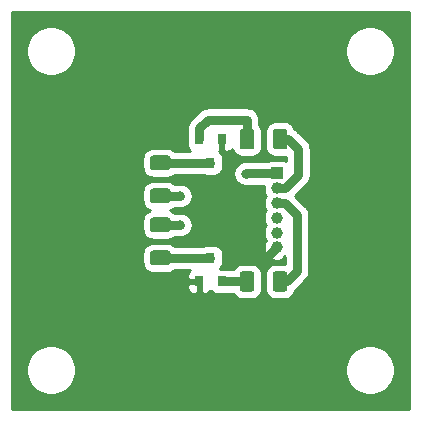
<source format=gbr>
%TF.GenerationSoftware,KiCad,Pcbnew,(5.1.6)-1*%
%TF.CreationDate,2021-03-09T14:24:23+01:00*%
%TF.ProjectId,m32_LedSignal,6d33325f-4c65-4645-9369-676e616c2e6b,rev?*%
%TF.SameCoordinates,Original*%
%TF.FileFunction,Copper,L2,Bot*%
%TF.FilePolarity,Positive*%
%FSLAX46Y46*%
G04 Gerber Fmt 4.6, Leading zero omitted, Abs format (unit mm)*
G04 Created by KiCad (PCBNEW (5.1.6)-1) date 2021-03-09 14:24:23*
%MOMM*%
%LPD*%
G01*
G04 APERTURE LIST*
%TA.AperFunction,ComponentPad*%
%ADD10R,1.000000X1.000000*%
%TD*%
%TA.AperFunction,ComponentPad*%
%ADD11C,1.000000*%
%TD*%
%TA.AperFunction,SMDPad,CuDef*%
%ADD12R,0.800000X0.900000*%
%TD*%
%TA.AperFunction,ViaPad*%
%ADD13C,0.800000*%
%TD*%
%TA.AperFunction,Conductor*%
%ADD14C,0.800000*%
%TD*%
%TA.AperFunction,Conductor*%
%ADD15C,0.254000*%
%TD*%
G04 APERTURE END LIST*
D10*
%TO.P,J1,1*%
%TO.N,+5V*%
X24140000Y-15360000D03*
D11*
%TO.P,J1,2*%
%TO.N,/RED*%
X24140000Y-16610000D03*
%TO.P,J1,3*%
%TO.N,/GREEN*%
X24140000Y-17860000D03*
%TO.P,J1,4*%
%TO.N,Net-(J1-Pad4)*%
X24140000Y-19110000D03*
%TO.P,J1,5*%
%TO.N,Net-(J1-Pad5)*%
X24140000Y-20360000D03*
%TO.P,J1,6*%
%TO.N,GND*%
X24140000Y-21610000D03*
%TD*%
D12*
%TO.P,Q2,3*%
%TO.N,Net-(Q2-Pad3)*%
X18500000Y-22500000D03*
%TO.P,Q2,2*%
%TO.N,GND*%
X17550000Y-24500000D03*
%TO.P,Q2,1*%
%TO.N,Net-(Q2-Pad1)*%
X19450000Y-24500000D03*
%TD*%
%TO.P,R5,2*%
%TO.N,Net-(Q2-Pad1)*%
%TA.AperFunction,SMDPad,CuDef*%
G36*
G01*
X22225000Y-23875000D02*
X22225000Y-25125000D01*
G75*
G02*
X21975000Y-25375000I-250000J0D01*
G01*
X21225000Y-25375000D01*
G75*
G02*
X20975000Y-25125000I0J250000D01*
G01*
X20975000Y-23875000D01*
G75*
G02*
X21225000Y-23625000I250000J0D01*
G01*
X21975000Y-23625000D01*
G75*
G02*
X22225000Y-23875000I0J-250000D01*
G01*
G37*
%TD.AperFunction*%
%TO.P,R5,1*%
%TO.N,/GREEN*%
%TA.AperFunction,SMDPad,CuDef*%
G36*
G01*
X25025000Y-23875000D02*
X25025000Y-25125000D01*
G75*
G02*
X24775000Y-25375000I-250000J0D01*
G01*
X24025000Y-25375000D01*
G75*
G02*
X23775000Y-25125000I0J250000D01*
G01*
X23775000Y-23875000D01*
G75*
G02*
X24025000Y-23625000I250000J0D01*
G01*
X24775000Y-23625000D01*
G75*
G02*
X25025000Y-23875000I0J-250000D01*
G01*
G37*
%TD.AperFunction*%
%TD*%
%TO.P,R4,2*%
%TO.N,Net-(Q1-Pad1)*%
%TA.AperFunction,SMDPad,CuDef*%
G36*
G01*
X22225000Y-11825000D02*
X22225000Y-13075000D01*
G75*
G02*
X21975000Y-13325000I-250000J0D01*
G01*
X21225000Y-13325000D01*
G75*
G02*
X20975000Y-13075000I0J250000D01*
G01*
X20975000Y-11825000D01*
G75*
G02*
X21225000Y-11575000I250000J0D01*
G01*
X21975000Y-11575000D01*
G75*
G02*
X22225000Y-11825000I0J-250000D01*
G01*
G37*
%TD.AperFunction*%
%TO.P,R4,1*%
%TO.N,/RED*%
%TA.AperFunction,SMDPad,CuDef*%
G36*
G01*
X25025000Y-11825000D02*
X25025000Y-13075000D01*
G75*
G02*
X24775000Y-13325000I-250000J0D01*
G01*
X24025000Y-13325000D01*
G75*
G02*
X23775000Y-13075000I0J250000D01*
G01*
X23775000Y-11825000D01*
G75*
G02*
X24025000Y-11575000I250000J0D01*
G01*
X24775000Y-11575000D01*
G75*
G02*
X25025000Y-11825000I0J-250000D01*
G01*
G37*
%TD.AperFunction*%
%TD*%
%TO.P,R2,2*%
%TO.N,Net-(D2-Pad1)*%
%TA.AperFunction,SMDPad,CuDef*%
G36*
G01*
X14875000Y-20325000D02*
X13625000Y-20325000D01*
G75*
G02*
X13375000Y-20075000I0J250000D01*
G01*
X13375000Y-19325000D01*
G75*
G02*
X13625000Y-19075000I250000J0D01*
G01*
X14875000Y-19075000D01*
G75*
G02*
X15125000Y-19325000I0J-250000D01*
G01*
X15125000Y-20075000D01*
G75*
G02*
X14875000Y-20325000I-250000J0D01*
G01*
G37*
%TD.AperFunction*%
%TO.P,R2,1*%
%TO.N,Net-(Q2-Pad3)*%
%TA.AperFunction,SMDPad,CuDef*%
G36*
G01*
X14875000Y-23125000D02*
X13625000Y-23125000D01*
G75*
G02*
X13375000Y-22875000I0J250000D01*
G01*
X13375000Y-22125000D01*
G75*
G02*
X13625000Y-21875000I250000J0D01*
G01*
X14875000Y-21875000D01*
G75*
G02*
X15125000Y-22125000I0J-250000D01*
G01*
X15125000Y-22875000D01*
G75*
G02*
X14875000Y-23125000I-250000J0D01*
G01*
G37*
%TD.AperFunction*%
%TD*%
%TO.P,R1,2*%
%TO.N,Net-(D1-Pad1)*%
%TA.AperFunction,SMDPad,CuDef*%
G36*
G01*
X13625000Y-16625000D02*
X14875000Y-16625000D01*
G75*
G02*
X15125000Y-16875000I0J-250000D01*
G01*
X15125000Y-17625000D01*
G75*
G02*
X14875000Y-17875000I-250000J0D01*
G01*
X13625000Y-17875000D01*
G75*
G02*
X13375000Y-17625000I0J250000D01*
G01*
X13375000Y-16875000D01*
G75*
G02*
X13625000Y-16625000I250000J0D01*
G01*
G37*
%TD.AperFunction*%
%TO.P,R1,1*%
%TO.N,Net-(Q1-Pad3)*%
%TA.AperFunction,SMDPad,CuDef*%
G36*
G01*
X13625000Y-13825000D02*
X14875000Y-13825000D01*
G75*
G02*
X15125000Y-14075000I0J-250000D01*
G01*
X15125000Y-14825000D01*
G75*
G02*
X14875000Y-15075000I-250000J0D01*
G01*
X13625000Y-15075000D01*
G75*
G02*
X13375000Y-14825000I0J250000D01*
G01*
X13375000Y-14075000D01*
G75*
G02*
X13625000Y-13825000I250000J0D01*
G01*
G37*
%TD.AperFunction*%
%TD*%
%TO.P,Q1,3*%
%TO.N,Net-(Q1-Pad3)*%
X18500000Y-14450000D03*
%TO.P,Q1,2*%
%TO.N,GND*%
X19450000Y-12450000D03*
%TO.P,Q1,1*%
%TO.N,Net-(Q1-Pad1)*%
X17550000Y-12450000D03*
%TD*%
D13*
%TO.N,+5V*%
X21475000Y-15375000D03*
%TO.N,GND*%
X16200000Y-26200000D03*
X21625000Y-21775000D03*
%TO.N,Net-(D1-Pad1)*%
X15950000Y-17250000D03*
%TO.N,Net-(D2-Pad1)*%
X15950000Y-19700000D03*
%TD*%
D14*
%TO.N,GND*%
X24130000Y-21600000D02*
X24140000Y-21610000D01*
%TO.N,+5V*%
X21490000Y-15360000D02*
X21475000Y-15375000D01*
X24140000Y-15360000D02*
X21490000Y-15360000D01*
%TO.N,GND*%
X24140000Y-21610000D02*
X23500000Y-22250000D01*
%TO.N,Net-(J1-Pad5)*%
X24150000Y-20350000D02*
X24140000Y-20360000D01*
%TO.N,/GREEN*%
X24400000Y-24500000D02*
X24950000Y-24500000D01*
X24950000Y-24500000D02*
X25850000Y-23600000D01*
X24847106Y-17860000D02*
X24140000Y-17860000D01*
X25850000Y-18862894D02*
X24847106Y-17860000D01*
X25850000Y-23600000D02*
X25850000Y-18862894D01*
%TO.N,/RED*%
X24400000Y-12450000D02*
X25100000Y-12450000D01*
X25100000Y-12450000D02*
X25950000Y-13300000D01*
X25950000Y-15507106D02*
X24847106Y-16610000D01*
X24847106Y-16610000D02*
X24140000Y-16610000D01*
X25950000Y-13300000D02*
X25950000Y-15507106D01*
%TO.N,Net-(Q1-Pad3)*%
X18500000Y-14450000D02*
X14250000Y-14450000D01*
%TO.N,Net-(Q1-Pad1)*%
X17550000Y-12450000D02*
X17550000Y-11550000D01*
X17550000Y-11550000D02*
X18300000Y-10800000D01*
X18300000Y-10800000D02*
X21600000Y-10800000D01*
X21600000Y-10800000D02*
X21600000Y-12450000D01*
%TO.N,Net-(Q2-Pad3)*%
X18500000Y-22500000D02*
X14250000Y-22500000D01*
%TO.N,Net-(Q2-Pad1)*%
X21600000Y-24500000D02*
X19450000Y-24500000D01*
%TO.N,Net-(D1-Pad1)*%
X15950000Y-17250000D02*
X14250000Y-17250000D01*
%TO.N,Net-(D2-Pad1)*%
X14250000Y-19700000D02*
X15950000Y-19700000D01*
%TD*%
D15*
%TO.N,GND*%
G36*
X35340001Y-35340000D02*
G01*
X1660000Y-35340000D01*
X1660000Y-31789721D01*
X2865000Y-31789721D01*
X2865000Y-32210279D01*
X2947047Y-32622756D01*
X3107988Y-33011302D01*
X3341637Y-33360983D01*
X3639017Y-33658363D01*
X3988698Y-33892012D01*
X4377244Y-34052953D01*
X4789721Y-34135000D01*
X5210279Y-34135000D01*
X5622756Y-34052953D01*
X6011302Y-33892012D01*
X6360983Y-33658363D01*
X6658363Y-33360983D01*
X6892012Y-33011302D01*
X7052953Y-32622756D01*
X7135000Y-32210279D01*
X7135000Y-31789721D01*
X29865000Y-31789721D01*
X29865000Y-32210279D01*
X29947047Y-32622756D01*
X30107988Y-33011302D01*
X30341637Y-33360983D01*
X30639017Y-33658363D01*
X30988698Y-33892012D01*
X31377244Y-34052953D01*
X31789721Y-34135000D01*
X32210279Y-34135000D01*
X32622756Y-34052953D01*
X33011302Y-33892012D01*
X33360983Y-33658363D01*
X33658363Y-33360983D01*
X33892012Y-33011302D01*
X34052953Y-32622756D01*
X34135000Y-32210279D01*
X34135000Y-31789721D01*
X34052953Y-31377244D01*
X33892012Y-30988698D01*
X33658363Y-30639017D01*
X33360983Y-30341637D01*
X33011302Y-30107988D01*
X32622756Y-29947047D01*
X32210279Y-29865000D01*
X31789721Y-29865000D01*
X31377244Y-29947047D01*
X30988698Y-30107988D01*
X30639017Y-30341637D01*
X30341637Y-30639017D01*
X30107988Y-30988698D01*
X29947047Y-31377244D01*
X29865000Y-31789721D01*
X7135000Y-31789721D01*
X7052953Y-31377244D01*
X6892012Y-30988698D01*
X6658363Y-30639017D01*
X6360983Y-30341637D01*
X6011302Y-30107988D01*
X5622756Y-29947047D01*
X5210279Y-29865000D01*
X4789721Y-29865000D01*
X4377244Y-29947047D01*
X3988698Y-30107988D01*
X3639017Y-30341637D01*
X3341637Y-30639017D01*
X3107988Y-30988698D01*
X2947047Y-31377244D01*
X2865000Y-31789721D01*
X1660000Y-31789721D01*
X1660000Y-24950000D01*
X16511928Y-24950000D01*
X16524188Y-25074482D01*
X16560498Y-25194180D01*
X16619463Y-25304494D01*
X16698815Y-25401185D01*
X16795506Y-25480537D01*
X16905820Y-25539502D01*
X17025518Y-25575812D01*
X17150000Y-25588072D01*
X17264250Y-25585000D01*
X17423000Y-25426250D01*
X17423000Y-24627000D01*
X16673750Y-24627000D01*
X16515000Y-24785750D01*
X16511928Y-24950000D01*
X1660000Y-24950000D01*
X1660000Y-22125000D01*
X12736928Y-22125000D01*
X12736928Y-22875000D01*
X12753992Y-23048254D01*
X12804528Y-23214850D01*
X12886595Y-23368386D01*
X12997038Y-23502962D01*
X13131614Y-23613405D01*
X13285150Y-23695472D01*
X13451746Y-23746008D01*
X13625000Y-23763072D01*
X14875000Y-23763072D01*
X15048254Y-23746008D01*
X15214850Y-23695472D01*
X15368386Y-23613405D01*
X15463923Y-23535000D01*
X16776574Y-23535000D01*
X16698815Y-23598815D01*
X16619463Y-23695506D01*
X16560498Y-23805820D01*
X16524188Y-23925518D01*
X16511928Y-24050000D01*
X16515000Y-24214250D01*
X16673750Y-24373000D01*
X17423000Y-24373000D01*
X17423000Y-24353000D01*
X17677000Y-24353000D01*
X17677000Y-24373000D01*
X17697000Y-24373000D01*
X17697000Y-24627000D01*
X17677000Y-24627000D01*
X17677000Y-25426250D01*
X17835750Y-25585000D01*
X17950000Y-25588072D01*
X18074482Y-25575812D01*
X18194180Y-25539502D01*
X18304494Y-25480537D01*
X18401185Y-25401185D01*
X18480537Y-25304494D01*
X18500000Y-25268082D01*
X18519463Y-25304494D01*
X18598815Y-25401185D01*
X18695506Y-25480537D01*
X18805820Y-25539502D01*
X18925518Y-25575812D01*
X19050000Y-25588072D01*
X19850000Y-25588072D01*
X19974482Y-25575812D01*
X20094180Y-25539502D01*
X20102603Y-25535000D01*
X20442024Y-25535000D01*
X20486595Y-25618386D01*
X20597038Y-25752962D01*
X20731614Y-25863405D01*
X20885150Y-25945472D01*
X21051746Y-25996008D01*
X21225000Y-26013072D01*
X21975000Y-26013072D01*
X22148254Y-25996008D01*
X22314850Y-25945472D01*
X22468386Y-25863405D01*
X22602962Y-25752962D01*
X22713405Y-25618386D01*
X22795472Y-25464850D01*
X22846008Y-25298254D01*
X22863072Y-25125000D01*
X22863072Y-23875000D01*
X22846008Y-23701746D01*
X22795472Y-23535150D01*
X22713405Y-23381614D01*
X22602962Y-23247038D01*
X22468386Y-23136595D01*
X22314850Y-23054528D01*
X22148254Y-23003992D01*
X21975000Y-22986928D01*
X21225000Y-22986928D01*
X21051746Y-23003992D01*
X20885150Y-23054528D01*
X20731614Y-23136595D01*
X20597038Y-23247038D01*
X20486595Y-23381614D01*
X20442024Y-23465000D01*
X20102603Y-23465000D01*
X20094180Y-23460498D01*
X19974482Y-23424188D01*
X19850000Y-23411928D01*
X19338095Y-23411928D01*
X19351185Y-23401185D01*
X19430537Y-23304494D01*
X19489502Y-23194180D01*
X19525812Y-23074482D01*
X19538072Y-22950000D01*
X19538072Y-22519647D01*
X19540007Y-22500000D01*
X19538072Y-22480353D01*
X19538072Y-22050000D01*
X19525812Y-21925518D01*
X19489502Y-21805820D01*
X19430537Y-21695506D01*
X19351185Y-21598815D01*
X19254494Y-21519463D01*
X19144180Y-21460498D01*
X19024482Y-21424188D01*
X18900000Y-21411928D01*
X18100000Y-21411928D01*
X17975518Y-21424188D01*
X17855820Y-21460498D01*
X17847397Y-21465000D01*
X15463923Y-21465000D01*
X15368386Y-21386595D01*
X15214850Y-21304528D01*
X15048254Y-21253992D01*
X14875000Y-21236928D01*
X13625000Y-21236928D01*
X13451746Y-21253992D01*
X13285150Y-21304528D01*
X13131614Y-21386595D01*
X12997038Y-21497038D01*
X12886595Y-21631614D01*
X12804528Y-21785150D01*
X12753992Y-21951746D01*
X12736928Y-22125000D01*
X1660000Y-22125000D01*
X1660000Y-16875000D01*
X12736928Y-16875000D01*
X12736928Y-17625000D01*
X12753992Y-17798254D01*
X12804528Y-17964850D01*
X12886595Y-18118386D01*
X12997038Y-18252962D01*
X13131614Y-18363405D01*
X13285150Y-18445472D01*
X13382491Y-18475000D01*
X13285150Y-18504528D01*
X13131614Y-18586595D01*
X12997038Y-18697038D01*
X12886595Y-18831614D01*
X12804528Y-18985150D01*
X12753992Y-19151746D01*
X12736928Y-19325000D01*
X12736928Y-20075000D01*
X12753992Y-20248254D01*
X12804528Y-20414850D01*
X12886595Y-20568386D01*
X12997038Y-20702962D01*
X13131614Y-20813405D01*
X13285150Y-20895472D01*
X13451746Y-20946008D01*
X13625000Y-20963072D01*
X14875000Y-20963072D01*
X15048254Y-20946008D01*
X15214850Y-20895472D01*
X15368386Y-20813405D01*
X15463923Y-20735000D01*
X16051939Y-20735000D01*
X16102057Y-20725031D01*
X16152895Y-20720024D01*
X16201777Y-20705196D01*
X16251898Y-20695226D01*
X16299113Y-20675669D01*
X16347993Y-20660841D01*
X16393042Y-20636762D01*
X16440256Y-20617205D01*
X16482746Y-20588814D01*
X16527797Y-20564734D01*
X16567284Y-20532328D01*
X16609774Y-20503937D01*
X16645908Y-20467803D01*
X16685396Y-20435396D01*
X16717803Y-20395908D01*
X16753937Y-20359774D01*
X16782328Y-20317284D01*
X16814734Y-20277797D01*
X16838814Y-20232746D01*
X16867205Y-20190256D01*
X16886762Y-20143042D01*
X16910841Y-20097993D01*
X16925669Y-20049113D01*
X16945226Y-20001898D01*
X16955196Y-19951777D01*
X16970024Y-19902895D01*
X16975031Y-19852057D01*
X16985000Y-19801939D01*
X16985000Y-19750838D01*
X16990007Y-19700000D01*
X16985000Y-19649162D01*
X16985000Y-19598061D01*
X16975031Y-19547943D01*
X16970024Y-19497105D01*
X16955196Y-19448223D01*
X16945226Y-19398102D01*
X16925669Y-19350887D01*
X16910841Y-19302007D01*
X16886762Y-19256958D01*
X16867205Y-19209744D01*
X16838814Y-19167254D01*
X16814734Y-19122203D01*
X16782328Y-19082716D01*
X16753937Y-19040226D01*
X16717803Y-19004092D01*
X16685396Y-18964604D01*
X16645908Y-18932197D01*
X16609774Y-18896063D01*
X16567284Y-18867672D01*
X16527797Y-18835266D01*
X16482746Y-18811186D01*
X16440256Y-18782795D01*
X16393042Y-18763238D01*
X16347993Y-18739159D01*
X16299113Y-18724331D01*
X16251898Y-18704774D01*
X16201777Y-18694804D01*
X16152895Y-18679976D01*
X16102057Y-18674969D01*
X16051939Y-18665000D01*
X15463923Y-18665000D01*
X15368386Y-18586595D01*
X15214850Y-18504528D01*
X15117509Y-18475000D01*
X15214850Y-18445472D01*
X15368386Y-18363405D01*
X15463923Y-18285000D01*
X16051939Y-18285000D01*
X16102057Y-18275031D01*
X16152895Y-18270024D01*
X16201777Y-18255196D01*
X16251898Y-18245226D01*
X16299113Y-18225669D01*
X16347993Y-18210841D01*
X16393042Y-18186762D01*
X16440256Y-18167205D01*
X16482746Y-18138814D01*
X16527797Y-18114734D01*
X16567284Y-18082328D01*
X16609774Y-18053937D01*
X16645908Y-18017803D01*
X16685396Y-17985396D01*
X16717803Y-17945908D01*
X16753937Y-17909774D01*
X16782328Y-17867284D01*
X16814734Y-17827797D01*
X16838814Y-17782746D01*
X16867205Y-17740256D01*
X16886762Y-17693042D01*
X16910841Y-17647993D01*
X16925669Y-17599113D01*
X16945226Y-17551898D01*
X16955196Y-17501777D01*
X16970024Y-17452895D01*
X16975031Y-17402057D01*
X16985000Y-17351939D01*
X16985000Y-17300838D01*
X16990007Y-17250000D01*
X16985000Y-17199162D01*
X16985000Y-17148061D01*
X16975031Y-17097943D01*
X16970024Y-17047105D01*
X16955196Y-16998223D01*
X16945226Y-16948102D01*
X16925669Y-16900887D01*
X16910841Y-16852007D01*
X16886762Y-16806958D01*
X16867205Y-16759744D01*
X16838814Y-16717254D01*
X16814734Y-16672203D01*
X16782328Y-16632716D01*
X16753937Y-16590226D01*
X16717803Y-16554092D01*
X16685396Y-16514604D01*
X16645908Y-16482197D01*
X16609774Y-16446063D01*
X16567284Y-16417672D01*
X16527797Y-16385266D01*
X16482746Y-16361186D01*
X16440256Y-16332795D01*
X16393042Y-16313238D01*
X16347993Y-16289159D01*
X16299113Y-16274331D01*
X16251898Y-16254774D01*
X16201777Y-16244804D01*
X16152895Y-16229976D01*
X16102057Y-16224969D01*
X16051939Y-16215000D01*
X15463923Y-16215000D01*
X15368386Y-16136595D01*
X15214850Y-16054528D01*
X15048254Y-16003992D01*
X14875000Y-15986928D01*
X13625000Y-15986928D01*
X13451746Y-16003992D01*
X13285150Y-16054528D01*
X13131614Y-16136595D01*
X12997038Y-16247038D01*
X12886595Y-16381614D01*
X12804528Y-16535150D01*
X12753992Y-16701746D01*
X12736928Y-16875000D01*
X1660000Y-16875000D01*
X1660000Y-14075000D01*
X12736928Y-14075000D01*
X12736928Y-14825000D01*
X12753992Y-14998254D01*
X12804528Y-15164850D01*
X12886595Y-15318386D01*
X12997038Y-15452962D01*
X13131614Y-15563405D01*
X13285150Y-15645472D01*
X13451746Y-15696008D01*
X13625000Y-15713072D01*
X14875000Y-15713072D01*
X15048254Y-15696008D01*
X15214850Y-15645472D01*
X15368386Y-15563405D01*
X15463923Y-15485000D01*
X17847397Y-15485000D01*
X17855820Y-15489502D01*
X17975518Y-15525812D01*
X18100000Y-15538072D01*
X18900000Y-15538072D01*
X19024482Y-15525812D01*
X19144180Y-15489502D01*
X19254494Y-15430537D01*
X19322166Y-15375000D01*
X20434994Y-15375000D01*
X20440000Y-15425828D01*
X20440000Y-15476939D01*
X20449971Y-15527067D01*
X20454977Y-15577895D01*
X20469803Y-15626768D01*
X20479774Y-15676898D01*
X20499335Y-15724122D01*
X20514160Y-15772993D01*
X20538236Y-15818036D01*
X20557795Y-15865256D01*
X20586187Y-15907748D01*
X20610266Y-15952797D01*
X20642672Y-15992284D01*
X20671063Y-16034774D01*
X20707197Y-16070908D01*
X20739604Y-16110396D01*
X20779092Y-16142803D01*
X20815226Y-16178937D01*
X20857716Y-16207328D01*
X20897203Y-16239734D01*
X20942252Y-16263813D01*
X20984744Y-16292205D01*
X21031964Y-16311764D01*
X21077007Y-16335840D01*
X21125878Y-16350665D01*
X21173102Y-16370226D01*
X21223232Y-16380197D01*
X21272105Y-16395023D01*
X21322933Y-16400029D01*
X21373061Y-16410000D01*
X21424172Y-16410000D01*
X21475000Y-16415006D01*
X21525828Y-16410000D01*
X21576939Y-16410000D01*
X21627067Y-16400029D01*
X21677895Y-16395023D01*
X21677971Y-16395000D01*
X23025530Y-16395000D01*
X23005000Y-16498212D01*
X23005000Y-16721788D01*
X23048617Y-16941067D01*
X23134176Y-17147624D01*
X23192559Y-17235000D01*
X23134176Y-17322376D01*
X23048617Y-17528933D01*
X23005000Y-17748212D01*
X23005000Y-17971788D01*
X23048617Y-18191067D01*
X23134176Y-18397624D01*
X23192559Y-18485000D01*
X23134176Y-18572376D01*
X23048617Y-18778933D01*
X23005000Y-18998212D01*
X23005000Y-19221788D01*
X23048617Y-19441067D01*
X23134176Y-19647624D01*
X23192559Y-19735000D01*
X23134176Y-19822376D01*
X23048617Y-20028933D01*
X23005000Y-20248212D01*
X23005000Y-20471788D01*
X23048617Y-20691067D01*
X23134176Y-20897624D01*
X23225240Y-21033911D01*
X23148412Y-21046550D01*
X23057542Y-21250826D01*
X23008269Y-21468905D01*
X23002489Y-21692406D01*
X23040423Y-21912740D01*
X23120613Y-22121440D01*
X23148412Y-22173450D01*
X23361834Y-22208561D01*
X23960395Y-21610000D01*
X23946253Y-21595858D01*
X24047110Y-21495000D01*
X24232890Y-21495000D01*
X24333748Y-21595858D01*
X24319605Y-21610000D01*
X24333748Y-21624143D01*
X24154143Y-21803748D01*
X24140000Y-21789605D01*
X23541439Y-22388166D01*
X23576550Y-22601588D01*
X23780826Y-22692458D01*
X23998905Y-22741731D01*
X24222406Y-22747511D01*
X24442740Y-22709577D01*
X24651440Y-22629387D01*
X24703450Y-22601588D01*
X24738561Y-22388169D01*
X24815000Y-22464608D01*
X24815000Y-22990868D01*
X24775000Y-22986928D01*
X24025000Y-22986928D01*
X23851746Y-23003992D01*
X23685150Y-23054528D01*
X23531614Y-23136595D01*
X23397038Y-23247038D01*
X23286595Y-23381614D01*
X23204528Y-23535150D01*
X23153992Y-23701746D01*
X23136928Y-23875000D01*
X23136928Y-25125000D01*
X23153992Y-25298254D01*
X23204528Y-25464850D01*
X23286595Y-25618386D01*
X23397038Y-25752962D01*
X23531614Y-25863405D01*
X23685150Y-25945472D01*
X23851746Y-25996008D01*
X24025000Y-26013072D01*
X24775000Y-26013072D01*
X24948254Y-25996008D01*
X25114850Y-25945472D01*
X25268386Y-25863405D01*
X25402962Y-25752962D01*
X25513405Y-25618386D01*
X25595472Y-25464850D01*
X25646008Y-25298254D01*
X25649280Y-25265036D01*
X25685396Y-25235396D01*
X25717807Y-25195903D01*
X26545908Y-24367803D01*
X26585396Y-24335396D01*
X26684818Y-24214250D01*
X26714734Y-24177798D01*
X26810840Y-23997994D01*
X26810841Y-23997993D01*
X26870024Y-23802895D01*
X26885000Y-23650838D01*
X26885000Y-23650829D01*
X26890006Y-23600001D01*
X26885000Y-23549173D01*
X26885000Y-18913721D01*
X26890006Y-18862893D01*
X26885000Y-18812065D01*
X26885000Y-18812056D01*
X26870024Y-18659999D01*
X26810841Y-18464901D01*
X26756590Y-18363405D01*
X26714734Y-18285096D01*
X26617803Y-18166986D01*
X26585396Y-18127498D01*
X26545908Y-18095091D01*
X25685816Y-17235000D01*
X26645908Y-16274909D01*
X26685396Y-16242502D01*
X26717803Y-16203014D01*
X26814734Y-16084904D01*
X26885346Y-15952797D01*
X26910841Y-15905099D01*
X26970024Y-15710001D01*
X26985000Y-15557944D01*
X26985000Y-15557941D01*
X26990007Y-15507106D01*
X26985000Y-15456271D01*
X26985000Y-13350835D01*
X26990007Y-13300000D01*
X26985000Y-13249162D01*
X26970024Y-13097105D01*
X26924615Y-12947415D01*
X26910841Y-12902006D01*
X26814734Y-12722202D01*
X26717803Y-12604092D01*
X26685396Y-12564604D01*
X26645908Y-12532197D01*
X25867807Y-11754097D01*
X25835396Y-11714604D01*
X25677797Y-11585266D01*
X25615787Y-11552121D01*
X25595472Y-11485150D01*
X25513405Y-11331614D01*
X25402962Y-11197038D01*
X25268386Y-11086595D01*
X25114850Y-11004528D01*
X24948254Y-10953992D01*
X24775000Y-10936928D01*
X24025000Y-10936928D01*
X23851746Y-10953992D01*
X23685150Y-11004528D01*
X23531614Y-11086595D01*
X23397038Y-11197038D01*
X23286595Y-11331614D01*
X23204528Y-11485150D01*
X23153992Y-11651746D01*
X23136928Y-11825000D01*
X23136928Y-13075000D01*
X23153992Y-13248254D01*
X23204528Y-13414850D01*
X23286595Y-13568386D01*
X23397038Y-13702962D01*
X23531614Y-13813405D01*
X23685150Y-13895472D01*
X23851746Y-13946008D01*
X24025000Y-13963072D01*
X24775000Y-13963072D01*
X24915000Y-13949283D01*
X24915000Y-14286972D01*
X24884180Y-14270498D01*
X24764482Y-14234188D01*
X24640000Y-14221928D01*
X23640000Y-14221928D01*
X23515518Y-14234188D01*
X23395820Y-14270498D01*
X23293856Y-14325000D01*
X21540827Y-14325000D01*
X21489999Y-14319994D01*
X21439171Y-14325000D01*
X21439162Y-14325000D01*
X21287105Y-14339976D01*
X21092007Y-14399159D01*
X20912203Y-14495266D01*
X20840077Y-14554458D01*
X20815226Y-14571063D01*
X20794092Y-14592197D01*
X20754604Y-14624604D01*
X20722197Y-14664092D01*
X20671063Y-14715226D01*
X20642671Y-14757717D01*
X20610266Y-14797203D01*
X20586187Y-14842252D01*
X20557795Y-14884744D01*
X20538236Y-14931964D01*
X20514160Y-14977007D01*
X20499335Y-15025878D01*
X20479774Y-15073102D01*
X20469803Y-15123232D01*
X20454977Y-15172105D01*
X20449971Y-15222933D01*
X20440000Y-15273061D01*
X20440000Y-15324172D01*
X20434994Y-15375000D01*
X19322166Y-15375000D01*
X19351185Y-15351185D01*
X19430537Y-15254494D01*
X19489502Y-15144180D01*
X19525812Y-15024482D01*
X19538072Y-14900000D01*
X19538072Y-14469647D01*
X19540007Y-14450000D01*
X19538072Y-14430353D01*
X19538072Y-14000000D01*
X19525812Y-13875518D01*
X19489502Y-13755820D01*
X19430537Y-13645506D01*
X19351185Y-13548815D01*
X19254494Y-13469463D01*
X19238393Y-13460857D01*
X19323000Y-13376250D01*
X19323000Y-12577000D01*
X19303000Y-12577000D01*
X19303000Y-12323000D01*
X19323000Y-12323000D01*
X19323000Y-12303000D01*
X19577000Y-12303000D01*
X19577000Y-12323000D01*
X19597000Y-12323000D01*
X19597000Y-12577000D01*
X19577000Y-12577000D01*
X19577000Y-13376250D01*
X19735750Y-13535000D01*
X19850000Y-13538072D01*
X19974482Y-13525812D01*
X20094180Y-13489502D01*
X20204494Y-13430537D01*
X20301185Y-13351185D01*
X20362538Y-13276426D01*
X20404528Y-13414850D01*
X20486595Y-13568386D01*
X20597038Y-13702962D01*
X20731614Y-13813405D01*
X20885150Y-13895472D01*
X21051746Y-13946008D01*
X21225000Y-13963072D01*
X21975000Y-13963072D01*
X22148254Y-13946008D01*
X22314850Y-13895472D01*
X22468386Y-13813405D01*
X22602962Y-13702962D01*
X22713405Y-13568386D01*
X22795472Y-13414850D01*
X22846008Y-13248254D01*
X22863072Y-13075000D01*
X22863072Y-11825000D01*
X22846008Y-11651746D01*
X22795472Y-11485150D01*
X22713405Y-11331614D01*
X22635000Y-11236077D01*
X22635000Y-10850838D01*
X22640007Y-10800000D01*
X22620024Y-10597105D01*
X22560841Y-10402007D01*
X22464734Y-10222203D01*
X22335396Y-10064604D01*
X22177797Y-9935266D01*
X21997993Y-9839159D01*
X21802895Y-9779976D01*
X21650838Y-9765000D01*
X21600000Y-9759993D01*
X21549162Y-9765000D01*
X18350827Y-9765000D01*
X18299999Y-9759994D01*
X18249171Y-9765000D01*
X18249162Y-9765000D01*
X18097105Y-9779976D01*
X17902007Y-9839159D01*
X17818309Y-9883896D01*
X17722202Y-9935266D01*
X17604092Y-10032197D01*
X17564604Y-10064604D01*
X17532197Y-10104092D01*
X16854092Y-10782198D01*
X16814605Y-10814604D01*
X16782198Y-10854092D01*
X16782197Y-10854093D01*
X16685266Y-10972203D01*
X16589160Y-11152007D01*
X16529977Y-11347105D01*
X16509994Y-11550000D01*
X16515001Y-11600837D01*
X16515001Y-11968803D01*
X16511928Y-12000000D01*
X16511928Y-12900000D01*
X16524188Y-13024482D01*
X16560498Y-13144180D01*
X16619463Y-13254494D01*
X16698815Y-13351185D01*
X16776574Y-13415000D01*
X15463923Y-13415000D01*
X15368386Y-13336595D01*
X15214850Y-13254528D01*
X15048254Y-13203992D01*
X14875000Y-13186928D01*
X13625000Y-13186928D01*
X13451746Y-13203992D01*
X13285150Y-13254528D01*
X13131614Y-13336595D01*
X12997038Y-13447038D01*
X12886595Y-13581614D01*
X12804528Y-13735150D01*
X12753992Y-13901746D01*
X12736928Y-14075000D01*
X1660000Y-14075000D01*
X1660000Y-4789721D01*
X2865000Y-4789721D01*
X2865000Y-5210279D01*
X2947047Y-5622756D01*
X3107988Y-6011302D01*
X3341637Y-6360983D01*
X3639017Y-6658363D01*
X3988698Y-6892012D01*
X4377244Y-7052953D01*
X4789721Y-7135000D01*
X5210279Y-7135000D01*
X5622756Y-7052953D01*
X6011302Y-6892012D01*
X6360983Y-6658363D01*
X6658363Y-6360983D01*
X6892012Y-6011302D01*
X7052953Y-5622756D01*
X7135000Y-5210279D01*
X7135000Y-4789721D01*
X29865000Y-4789721D01*
X29865000Y-5210279D01*
X29947047Y-5622756D01*
X30107988Y-6011302D01*
X30341637Y-6360983D01*
X30639017Y-6658363D01*
X30988698Y-6892012D01*
X31377244Y-7052953D01*
X31789721Y-7135000D01*
X32210279Y-7135000D01*
X32622756Y-7052953D01*
X33011302Y-6892012D01*
X33360983Y-6658363D01*
X33658363Y-6360983D01*
X33892012Y-6011302D01*
X34052953Y-5622756D01*
X34135000Y-5210279D01*
X34135000Y-4789721D01*
X34052953Y-4377244D01*
X33892012Y-3988698D01*
X33658363Y-3639017D01*
X33360983Y-3341637D01*
X33011302Y-3107988D01*
X32622756Y-2947047D01*
X32210279Y-2865000D01*
X31789721Y-2865000D01*
X31377244Y-2947047D01*
X30988698Y-3107988D01*
X30639017Y-3341637D01*
X30341637Y-3639017D01*
X30107988Y-3988698D01*
X29947047Y-4377244D01*
X29865000Y-4789721D01*
X7135000Y-4789721D01*
X7052953Y-4377244D01*
X6892012Y-3988698D01*
X6658363Y-3639017D01*
X6360983Y-3341637D01*
X6011302Y-3107988D01*
X5622756Y-2947047D01*
X5210279Y-2865000D01*
X4789721Y-2865000D01*
X4377244Y-2947047D01*
X3988698Y-3107988D01*
X3639017Y-3341637D01*
X3341637Y-3639017D01*
X3107988Y-3988698D01*
X2947047Y-4377244D01*
X2865000Y-4789721D01*
X1660000Y-4789721D01*
X1660000Y-1660000D01*
X35340000Y-1660000D01*
X35340001Y-35340000D01*
G37*
X35340001Y-35340000D02*
X1660000Y-35340000D01*
X1660000Y-31789721D01*
X2865000Y-31789721D01*
X2865000Y-32210279D01*
X2947047Y-32622756D01*
X3107988Y-33011302D01*
X3341637Y-33360983D01*
X3639017Y-33658363D01*
X3988698Y-33892012D01*
X4377244Y-34052953D01*
X4789721Y-34135000D01*
X5210279Y-34135000D01*
X5622756Y-34052953D01*
X6011302Y-33892012D01*
X6360983Y-33658363D01*
X6658363Y-33360983D01*
X6892012Y-33011302D01*
X7052953Y-32622756D01*
X7135000Y-32210279D01*
X7135000Y-31789721D01*
X29865000Y-31789721D01*
X29865000Y-32210279D01*
X29947047Y-32622756D01*
X30107988Y-33011302D01*
X30341637Y-33360983D01*
X30639017Y-33658363D01*
X30988698Y-33892012D01*
X31377244Y-34052953D01*
X31789721Y-34135000D01*
X32210279Y-34135000D01*
X32622756Y-34052953D01*
X33011302Y-33892012D01*
X33360983Y-33658363D01*
X33658363Y-33360983D01*
X33892012Y-33011302D01*
X34052953Y-32622756D01*
X34135000Y-32210279D01*
X34135000Y-31789721D01*
X34052953Y-31377244D01*
X33892012Y-30988698D01*
X33658363Y-30639017D01*
X33360983Y-30341637D01*
X33011302Y-30107988D01*
X32622756Y-29947047D01*
X32210279Y-29865000D01*
X31789721Y-29865000D01*
X31377244Y-29947047D01*
X30988698Y-30107988D01*
X30639017Y-30341637D01*
X30341637Y-30639017D01*
X30107988Y-30988698D01*
X29947047Y-31377244D01*
X29865000Y-31789721D01*
X7135000Y-31789721D01*
X7052953Y-31377244D01*
X6892012Y-30988698D01*
X6658363Y-30639017D01*
X6360983Y-30341637D01*
X6011302Y-30107988D01*
X5622756Y-29947047D01*
X5210279Y-29865000D01*
X4789721Y-29865000D01*
X4377244Y-29947047D01*
X3988698Y-30107988D01*
X3639017Y-30341637D01*
X3341637Y-30639017D01*
X3107988Y-30988698D01*
X2947047Y-31377244D01*
X2865000Y-31789721D01*
X1660000Y-31789721D01*
X1660000Y-24950000D01*
X16511928Y-24950000D01*
X16524188Y-25074482D01*
X16560498Y-25194180D01*
X16619463Y-25304494D01*
X16698815Y-25401185D01*
X16795506Y-25480537D01*
X16905820Y-25539502D01*
X17025518Y-25575812D01*
X17150000Y-25588072D01*
X17264250Y-25585000D01*
X17423000Y-25426250D01*
X17423000Y-24627000D01*
X16673750Y-24627000D01*
X16515000Y-24785750D01*
X16511928Y-24950000D01*
X1660000Y-24950000D01*
X1660000Y-22125000D01*
X12736928Y-22125000D01*
X12736928Y-22875000D01*
X12753992Y-23048254D01*
X12804528Y-23214850D01*
X12886595Y-23368386D01*
X12997038Y-23502962D01*
X13131614Y-23613405D01*
X13285150Y-23695472D01*
X13451746Y-23746008D01*
X13625000Y-23763072D01*
X14875000Y-23763072D01*
X15048254Y-23746008D01*
X15214850Y-23695472D01*
X15368386Y-23613405D01*
X15463923Y-23535000D01*
X16776574Y-23535000D01*
X16698815Y-23598815D01*
X16619463Y-23695506D01*
X16560498Y-23805820D01*
X16524188Y-23925518D01*
X16511928Y-24050000D01*
X16515000Y-24214250D01*
X16673750Y-24373000D01*
X17423000Y-24373000D01*
X17423000Y-24353000D01*
X17677000Y-24353000D01*
X17677000Y-24373000D01*
X17697000Y-24373000D01*
X17697000Y-24627000D01*
X17677000Y-24627000D01*
X17677000Y-25426250D01*
X17835750Y-25585000D01*
X17950000Y-25588072D01*
X18074482Y-25575812D01*
X18194180Y-25539502D01*
X18304494Y-25480537D01*
X18401185Y-25401185D01*
X18480537Y-25304494D01*
X18500000Y-25268082D01*
X18519463Y-25304494D01*
X18598815Y-25401185D01*
X18695506Y-25480537D01*
X18805820Y-25539502D01*
X18925518Y-25575812D01*
X19050000Y-25588072D01*
X19850000Y-25588072D01*
X19974482Y-25575812D01*
X20094180Y-25539502D01*
X20102603Y-25535000D01*
X20442024Y-25535000D01*
X20486595Y-25618386D01*
X20597038Y-25752962D01*
X20731614Y-25863405D01*
X20885150Y-25945472D01*
X21051746Y-25996008D01*
X21225000Y-26013072D01*
X21975000Y-26013072D01*
X22148254Y-25996008D01*
X22314850Y-25945472D01*
X22468386Y-25863405D01*
X22602962Y-25752962D01*
X22713405Y-25618386D01*
X22795472Y-25464850D01*
X22846008Y-25298254D01*
X22863072Y-25125000D01*
X22863072Y-23875000D01*
X22846008Y-23701746D01*
X22795472Y-23535150D01*
X22713405Y-23381614D01*
X22602962Y-23247038D01*
X22468386Y-23136595D01*
X22314850Y-23054528D01*
X22148254Y-23003992D01*
X21975000Y-22986928D01*
X21225000Y-22986928D01*
X21051746Y-23003992D01*
X20885150Y-23054528D01*
X20731614Y-23136595D01*
X20597038Y-23247038D01*
X20486595Y-23381614D01*
X20442024Y-23465000D01*
X20102603Y-23465000D01*
X20094180Y-23460498D01*
X19974482Y-23424188D01*
X19850000Y-23411928D01*
X19338095Y-23411928D01*
X19351185Y-23401185D01*
X19430537Y-23304494D01*
X19489502Y-23194180D01*
X19525812Y-23074482D01*
X19538072Y-22950000D01*
X19538072Y-22519647D01*
X19540007Y-22500000D01*
X19538072Y-22480353D01*
X19538072Y-22050000D01*
X19525812Y-21925518D01*
X19489502Y-21805820D01*
X19430537Y-21695506D01*
X19351185Y-21598815D01*
X19254494Y-21519463D01*
X19144180Y-21460498D01*
X19024482Y-21424188D01*
X18900000Y-21411928D01*
X18100000Y-21411928D01*
X17975518Y-21424188D01*
X17855820Y-21460498D01*
X17847397Y-21465000D01*
X15463923Y-21465000D01*
X15368386Y-21386595D01*
X15214850Y-21304528D01*
X15048254Y-21253992D01*
X14875000Y-21236928D01*
X13625000Y-21236928D01*
X13451746Y-21253992D01*
X13285150Y-21304528D01*
X13131614Y-21386595D01*
X12997038Y-21497038D01*
X12886595Y-21631614D01*
X12804528Y-21785150D01*
X12753992Y-21951746D01*
X12736928Y-22125000D01*
X1660000Y-22125000D01*
X1660000Y-16875000D01*
X12736928Y-16875000D01*
X12736928Y-17625000D01*
X12753992Y-17798254D01*
X12804528Y-17964850D01*
X12886595Y-18118386D01*
X12997038Y-18252962D01*
X13131614Y-18363405D01*
X13285150Y-18445472D01*
X13382491Y-18475000D01*
X13285150Y-18504528D01*
X13131614Y-18586595D01*
X12997038Y-18697038D01*
X12886595Y-18831614D01*
X12804528Y-18985150D01*
X12753992Y-19151746D01*
X12736928Y-19325000D01*
X12736928Y-20075000D01*
X12753992Y-20248254D01*
X12804528Y-20414850D01*
X12886595Y-20568386D01*
X12997038Y-20702962D01*
X13131614Y-20813405D01*
X13285150Y-20895472D01*
X13451746Y-20946008D01*
X13625000Y-20963072D01*
X14875000Y-20963072D01*
X15048254Y-20946008D01*
X15214850Y-20895472D01*
X15368386Y-20813405D01*
X15463923Y-20735000D01*
X16051939Y-20735000D01*
X16102057Y-20725031D01*
X16152895Y-20720024D01*
X16201777Y-20705196D01*
X16251898Y-20695226D01*
X16299113Y-20675669D01*
X16347993Y-20660841D01*
X16393042Y-20636762D01*
X16440256Y-20617205D01*
X16482746Y-20588814D01*
X16527797Y-20564734D01*
X16567284Y-20532328D01*
X16609774Y-20503937D01*
X16645908Y-20467803D01*
X16685396Y-20435396D01*
X16717803Y-20395908D01*
X16753937Y-20359774D01*
X16782328Y-20317284D01*
X16814734Y-20277797D01*
X16838814Y-20232746D01*
X16867205Y-20190256D01*
X16886762Y-20143042D01*
X16910841Y-20097993D01*
X16925669Y-20049113D01*
X16945226Y-20001898D01*
X16955196Y-19951777D01*
X16970024Y-19902895D01*
X16975031Y-19852057D01*
X16985000Y-19801939D01*
X16985000Y-19750838D01*
X16990007Y-19700000D01*
X16985000Y-19649162D01*
X16985000Y-19598061D01*
X16975031Y-19547943D01*
X16970024Y-19497105D01*
X16955196Y-19448223D01*
X16945226Y-19398102D01*
X16925669Y-19350887D01*
X16910841Y-19302007D01*
X16886762Y-19256958D01*
X16867205Y-19209744D01*
X16838814Y-19167254D01*
X16814734Y-19122203D01*
X16782328Y-19082716D01*
X16753937Y-19040226D01*
X16717803Y-19004092D01*
X16685396Y-18964604D01*
X16645908Y-18932197D01*
X16609774Y-18896063D01*
X16567284Y-18867672D01*
X16527797Y-18835266D01*
X16482746Y-18811186D01*
X16440256Y-18782795D01*
X16393042Y-18763238D01*
X16347993Y-18739159D01*
X16299113Y-18724331D01*
X16251898Y-18704774D01*
X16201777Y-18694804D01*
X16152895Y-18679976D01*
X16102057Y-18674969D01*
X16051939Y-18665000D01*
X15463923Y-18665000D01*
X15368386Y-18586595D01*
X15214850Y-18504528D01*
X15117509Y-18475000D01*
X15214850Y-18445472D01*
X15368386Y-18363405D01*
X15463923Y-18285000D01*
X16051939Y-18285000D01*
X16102057Y-18275031D01*
X16152895Y-18270024D01*
X16201777Y-18255196D01*
X16251898Y-18245226D01*
X16299113Y-18225669D01*
X16347993Y-18210841D01*
X16393042Y-18186762D01*
X16440256Y-18167205D01*
X16482746Y-18138814D01*
X16527797Y-18114734D01*
X16567284Y-18082328D01*
X16609774Y-18053937D01*
X16645908Y-18017803D01*
X16685396Y-17985396D01*
X16717803Y-17945908D01*
X16753937Y-17909774D01*
X16782328Y-17867284D01*
X16814734Y-17827797D01*
X16838814Y-17782746D01*
X16867205Y-17740256D01*
X16886762Y-17693042D01*
X16910841Y-17647993D01*
X16925669Y-17599113D01*
X16945226Y-17551898D01*
X16955196Y-17501777D01*
X16970024Y-17452895D01*
X16975031Y-17402057D01*
X16985000Y-17351939D01*
X16985000Y-17300838D01*
X16990007Y-17250000D01*
X16985000Y-17199162D01*
X16985000Y-17148061D01*
X16975031Y-17097943D01*
X16970024Y-17047105D01*
X16955196Y-16998223D01*
X16945226Y-16948102D01*
X16925669Y-16900887D01*
X16910841Y-16852007D01*
X16886762Y-16806958D01*
X16867205Y-16759744D01*
X16838814Y-16717254D01*
X16814734Y-16672203D01*
X16782328Y-16632716D01*
X16753937Y-16590226D01*
X16717803Y-16554092D01*
X16685396Y-16514604D01*
X16645908Y-16482197D01*
X16609774Y-16446063D01*
X16567284Y-16417672D01*
X16527797Y-16385266D01*
X16482746Y-16361186D01*
X16440256Y-16332795D01*
X16393042Y-16313238D01*
X16347993Y-16289159D01*
X16299113Y-16274331D01*
X16251898Y-16254774D01*
X16201777Y-16244804D01*
X16152895Y-16229976D01*
X16102057Y-16224969D01*
X16051939Y-16215000D01*
X15463923Y-16215000D01*
X15368386Y-16136595D01*
X15214850Y-16054528D01*
X15048254Y-16003992D01*
X14875000Y-15986928D01*
X13625000Y-15986928D01*
X13451746Y-16003992D01*
X13285150Y-16054528D01*
X13131614Y-16136595D01*
X12997038Y-16247038D01*
X12886595Y-16381614D01*
X12804528Y-16535150D01*
X12753992Y-16701746D01*
X12736928Y-16875000D01*
X1660000Y-16875000D01*
X1660000Y-14075000D01*
X12736928Y-14075000D01*
X12736928Y-14825000D01*
X12753992Y-14998254D01*
X12804528Y-15164850D01*
X12886595Y-15318386D01*
X12997038Y-15452962D01*
X13131614Y-15563405D01*
X13285150Y-15645472D01*
X13451746Y-15696008D01*
X13625000Y-15713072D01*
X14875000Y-15713072D01*
X15048254Y-15696008D01*
X15214850Y-15645472D01*
X15368386Y-15563405D01*
X15463923Y-15485000D01*
X17847397Y-15485000D01*
X17855820Y-15489502D01*
X17975518Y-15525812D01*
X18100000Y-15538072D01*
X18900000Y-15538072D01*
X19024482Y-15525812D01*
X19144180Y-15489502D01*
X19254494Y-15430537D01*
X19322166Y-15375000D01*
X20434994Y-15375000D01*
X20440000Y-15425828D01*
X20440000Y-15476939D01*
X20449971Y-15527067D01*
X20454977Y-15577895D01*
X20469803Y-15626768D01*
X20479774Y-15676898D01*
X20499335Y-15724122D01*
X20514160Y-15772993D01*
X20538236Y-15818036D01*
X20557795Y-15865256D01*
X20586187Y-15907748D01*
X20610266Y-15952797D01*
X20642672Y-15992284D01*
X20671063Y-16034774D01*
X20707197Y-16070908D01*
X20739604Y-16110396D01*
X20779092Y-16142803D01*
X20815226Y-16178937D01*
X20857716Y-16207328D01*
X20897203Y-16239734D01*
X20942252Y-16263813D01*
X20984744Y-16292205D01*
X21031964Y-16311764D01*
X21077007Y-16335840D01*
X21125878Y-16350665D01*
X21173102Y-16370226D01*
X21223232Y-16380197D01*
X21272105Y-16395023D01*
X21322933Y-16400029D01*
X21373061Y-16410000D01*
X21424172Y-16410000D01*
X21475000Y-16415006D01*
X21525828Y-16410000D01*
X21576939Y-16410000D01*
X21627067Y-16400029D01*
X21677895Y-16395023D01*
X21677971Y-16395000D01*
X23025530Y-16395000D01*
X23005000Y-16498212D01*
X23005000Y-16721788D01*
X23048617Y-16941067D01*
X23134176Y-17147624D01*
X23192559Y-17235000D01*
X23134176Y-17322376D01*
X23048617Y-17528933D01*
X23005000Y-17748212D01*
X23005000Y-17971788D01*
X23048617Y-18191067D01*
X23134176Y-18397624D01*
X23192559Y-18485000D01*
X23134176Y-18572376D01*
X23048617Y-18778933D01*
X23005000Y-18998212D01*
X23005000Y-19221788D01*
X23048617Y-19441067D01*
X23134176Y-19647624D01*
X23192559Y-19735000D01*
X23134176Y-19822376D01*
X23048617Y-20028933D01*
X23005000Y-20248212D01*
X23005000Y-20471788D01*
X23048617Y-20691067D01*
X23134176Y-20897624D01*
X23225240Y-21033911D01*
X23148412Y-21046550D01*
X23057542Y-21250826D01*
X23008269Y-21468905D01*
X23002489Y-21692406D01*
X23040423Y-21912740D01*
X23120613Y-22121440D01*
X23148412Y-22173450D01*
X23361834Y-22208561D01*
X23960395Y-21610000D01*
X23946253Y-21595858D01*
X24047110Y-21495000D01*
X24232890Y-21495000D01*
X24333748Y-21595858D01*
X24319605Y-21610000D01*
X24333748Y-21624143D01*
X24154143Y-21803748D01*
X24140000Y-21789605D01*
X23541439Y-22388166D01*
X23576550Y-22601588D01*
X23780826Y-22692458D01*
X23998905Y-22741731D01*
X24222406Y-22747511D01*
X24442740Y-22709577D01*
X24651440Y-22629387D01*
X24703450Y-22601588D01*
X24738561Y-22388169D01*
X24815000Y-22464608D01*
X24815000Y-22990868D01*
X24775000Y-22986928D01*
X24025000Y-22986928D01*
X23851746Y-23003992D01*
X23685150Y-23054528D01*
X23531614Y-23136595D01*
X23397038Y-23247038D01*
X23286595Y-23381614D01*
X23204528Y-23535150D01*
X23153992Y-23701746D01*
X23136928Y-23875000D01*
X23136928Y-25125000D01*
X23153992Y-25298254D01*
X23204528Y-25464850D01*
X23286595Y-25618386D01*
X23397038Y-25752962D01*
X23531614Y-25863405D01*
X23685150Y-25945472D01*
X23851746Y-25996008D01*
X24025000Y-26013072D01*
X24775000Y-26013072D01*
X24948254Y-25996008D01*
X25114850Y-25945472D01*
X25268386Y-25863405D01*
X25402962Y-25752962D01*
X25513405Y-25618386D01*
X25595472Y-25464850D01*
X25646008Y-25298254D01*
X25649280Y-25265036D01*
X25685396Y-25235396D01*
X25717807Y-25195903D01*
X26545908Y-24367803D01*
X26585396Y-24335396D01*
X26684818Y-24214250D01*
X26714734Y-24177798D01*
X26810840Y-23997994D01*
X26810841Y-23997993D01*
X26870024Y-23802895D01*
X26885000Y-23650838D01*
X26885000Y-23650829D01*
X26890006Y-23600001D01*
X26885000Y-23549173D01*
X26885000Y-18913721D01*
X26890006Y-18862893D01*
X26885000Y-18812065D01*
X26885000Y-18812056D01*
X26870024Y-18659999D01*
X26810841Y-18464901D01*
X26756590Y-18363405D01*
X26714734Y-18285096D01*
X26617803Y-18166986D01*
X26585396Y-18127498D01*
X26545908Y-18095091D01*
X25685816Y-17235000D01*
X26645908Y-16274909D01*
X26685396Y-16242502D01*
X26717803Y-16203014D01*
X26814734Y-16084904D01*
X26885346Y-15952797D01*
X26910841Y-15905099D01*
X26970024Y-15710001D01*
X26985000Y-15557944D01*
X26985000Y-15557941D01*
X26990007Y-15507106D01*
X26985000Y-15456271D01*
X26985000Y-13350835D01*
X26990007Y-13300000D01*
X26985000Y-13249162D01*
X26970024Y-13097105D01*
X26924615Y-12947415D01*
X26910841Y-12902006D01*
X26814734Y-12722202D01*
X26717803Y-12604092D01*
X26685396Y-12564604D01*
X26645908Y-12532197D01*
X25867807Y-11754097D01*
X25835396Y-11714604D01*
X25677797Y-11585266D01*
X25615787Y-11552121D01*
X25595472Y-11485150D01*
X25513405Y-11331614D01*
X25402962Y-11197038D01*
X25268386Y-11086595D01*
X25114850Y-11004528D01*
X24948254Y-10953992D01*
X24775000Y-10936928D01*
X24025000Y-10936928D01*
X23851746Y-10953992D01*
X23685150Y-11004528D01*
X23531614Y-11086595D01*
X23397038Y-11197038D01*
X23286595Y-11331614D01*
X23204528Y-11485150D01*
X23153992Y-11651746D01*
X23136928Y-11825000D01*
X23136928Y-13075000D01*
X23153992Y-13248254D01*
X23204528Y-13414850D01*
X23286595Y-13568386D01*
X23397038Y-13702962D01*
X23531614Y-13813405D01*
X23685150Y-13895472D01*
X23851746Y-13946008D01*
X24025000Y-13963072D01*
X24775000Y-13963072D01*
X24915000Y-13949283D01*
X24915000Y-14286972D01*
X24884180Y-14270498D01*
X24764482Y-14234188D01*
X24640000Y-14221928D01*
X23640000Y-14221928D01*
X23515518Y-14234188D01*
X23395820Y-14270498D01*
X23293856Y-14325000D01*
X21540827Y-14325000D01*
X21489999Y-14319994D01*
X21439171Y-14325000D01*
X21439162Y-14325000D01*
X21287105Y-14339976D01*
X21092007Y-14399159D01*
X20912203Y-14495266D01*
X20840077Y-14554458D01*
X20815226Y-14571063D01*
X20794092Y-14592197D01*
X20754604Y-14624604D01*
X20722197Y-14664092D01*
X20671063Y-14715226D01*
X20642671Y-14757717D01*
X20610266Y-14797203D01*
X20586187Y-14842252D01*
X20557795Y-14884744D01*
X20538236Y-14931964D01*
X20514160Y-14977007D01*
X20499335Y-15025878D01*
X20479774Y-15073102D01*
X20469803Y-15123232D01*
X20454977Y-15172105D01*
X20449971Y-15222933D01*
X20440000Y-15273061D01*
X20440000Y-15324172D01*
X20434994Y-15375000D01*
X19322166Y-15375000D01*
X19351185Y-15351185D01*
X19430537Y-15254494D01*
X19489502Y-15144180D01*
X19525812Y-15024482D01*
X19538072Y-14900000D01*
X19538072Y-14469647D01*
X19540007Y-14450000D01*
X19538072Y-14430353D01*
X19538072Y-14000000D01*
X19525812Y-13875518D01*
X19489502Y-13755820D01*
X19430537Y-13645506D01*
X19351185Y-13548815D01*
X19254494Y-13469463D01*
X19238393Y-13460857D01*
X19323000Y-13376250D01*
X19323000Y-12577000D01*
X19303000Y-12577000D01*
X19303000Y-12323000D01*
X19323000Y-12323000D01*
X19323000Y-12303000D01*
X19577000Y-12303000D01*
X19577000Y-12323000D01*
X19597000Y-12323000D01*
X19597000Y-12577000D01*
X19577000Y-12577000D01*
X19577000Y-13376250D01*
X19735750Y-13535000D01*
X19850000Y-13538072D01*
X19974482Y-13525812D01*
X20094180Y-13489502D01*
X20204494Y-13430537D01*
X20301185Y-13351185D01*
X20362538Y-13276426D01*
X20404528Y-13414850D01*
X20486595Y-13568386D01*
X20597038Y-13702962D01*
X20731614Y-13813405D01*
X20885150Y-13895472D01*
X21051746Y-13946008D01*
X21225000Y-13963072D01*
X21975000Y-13963072D01*
X22148254Y-13946008D01*
X22314850Y-13895472D01*
X22468386Y-13813405D01*
X22602962Y-13702962D01*
X22713405Y-13568386D01*
X22795472Y-13414850D01*
X22846008Y-13248254D01*
X22863072Y-13075000D01*
X22863072Y-11825000D01*
X22846008Y-11651746D01*
X22795472Y-11485150D01*
X22713405Y-11331614D01*
X22635000Y-11236077D01*
X22635000Y-10850838D01*
X22640007Y-10800000D01*
X22620024Y-10597105D01*
X22560841Y-10402007D01*
X22464734Y-10222203D01*
X22335396Y-10064604D01*
X22177797Y-9935266D01*
X21997993Y-9839159D01*
X21802895Y-9779976D01*
X21650838Y-9765000D01*
X21600000Y-9759993D01*
X21549162Y-9765000D01*
X18350827Y-9765000D01*
X18299999Y-9759994D01*
X18249171Y-9765000D01*
X18249162Y-9765000D01*
X18097105Y-9779976D01*
X17902007Y-9839159D01*
X17818309Y-9883896D01*
X17722202Y-9935266D01*
X17604092Y-10032197D01*
X17564604Y-10064604D01*
X17532197Y-10104092D01*
X16854092Y-10782198D01*
X16814605Y-10814604D01*
X16782198Y-10854092D01*
X16782197Y-10854093D01*
X16685266Y-10972203D01*
X16589160Y-11152007D01*
X16529977Y-11347105D01*
X16509994Y-11550000D01*
X16515001Y-11600837D01*
X16515001Y-11968803D01*
X16511928Y-12000000D01*
X16511928Y-12900000D01*
X16524188Y-13024482D01*
X16560498Y-13144180D01*
X16619463Y-13254494D01*
X16698815Y-13351185D01*
X16776574Y-13415000D01*
X15463923Y-13415000D01*
X15368386Y-13336595D01*
X15214850Y-13254528D01*
X15048254Y-13203992D01*
X14875000Y-13186928D01*
X13625000Y-13186928D01*
X13451746Y-13203992D01*
X13285150Y-13254528D01*
X13131614Y-13336595D01*
X12997038Y-13447038D01*
X12886595Y-13581614D01*
X12804528Y-13735150D01*
X12753992Y-13901746D01*
X12736928Y-14075000D01*
X1660000Y-14075000D01*
X1660000Y-4789721D01*
X2865000Y-4789721D01*
X2865000Y-5210279D01*
X2947047Y-5622756D01*
X3107988Y-6011302D01*
X3341637Y-6360983D01*
X3639017Y-6658363D01*
X3988698Y-6892012D01*
X4377244Y-7052953D01*
X4789721Y-7135000D01*
X5210279Y-7135000D01*
X5622756Y-7052953D01*
X6011302Y-6892012D01*
X6360983Y-6658363D01*
X6658363Y-6360983D01*
X6892012Y-6011302D01*
X7052953Y-5622756D01*
X7135000Y-5210279D01*
X7135000Y-4789721D01*
X29865000Y-4789721D01*
X29865000Y-5210279D01*
X29947047Y-5622756D01*
X30107988Y-6011302D01*
X30341637Y-6360983D01*
X30639017Y-6658363D01*
X30988698Y-6892012D01*
X31377244Y-7052953D01*
X31789721Y-7135000D01*
X32210279Y-7135000D01*
X32622756Y-7052953D01*
X33011302Y-6892012D01*
X33360983Y-6658363D01*
X33658363Y-6360983D01*
X33892012Y-6011302D01*
X34052953Y-5622756D01*
X34135000Y-5210279D01*
X34135000Y-4789721D01*
X34052953Y-4377244D01*
X33892012Y-3988698D01*
X33658363Y-3639017D01*
X33360983Y-3341637D01*
X33011302Y-3107988D01*
X32622756Y-2947047D01*
X32210279Y-2865000D01*
X31789721Y-2865000D01*
X31377244Y-2947047D01*
X30988698Y-3107988D01*
X30639017Y-3341637D01*
X30341637Y-3639017D01*
X30107988Y-3988698D01*
X29947047Y-4377244D01*
X29865000Y-4789721D01*
X7135000Y-4789721D01*
X7052953Y-4377244D01*
X6892012Y-3988698D01*
X6658363Y-3639017D01*
X6360983Y-3341637D01*
X6011302Y-3107988D01*
X5622756Y-2947047D01*
X5210279Y-2865000D01*
X4789721Y-2865000D01*
X4377244Y-2947047D01*
X3988698Y-3107988D01*
X3639017Y-3341637D01*
X3341637Y-3639017D01*
X3107988Y-3988698D01*
X2947047Y-4377244D01*
X2865000Y-4789721D01*
X1660000Y-4789721D01*
X1660000Y-1660000D01*
X35340000Y-1660000D01*
X35340001Y-35340000D01*
%TD*%
M02*

</source>
